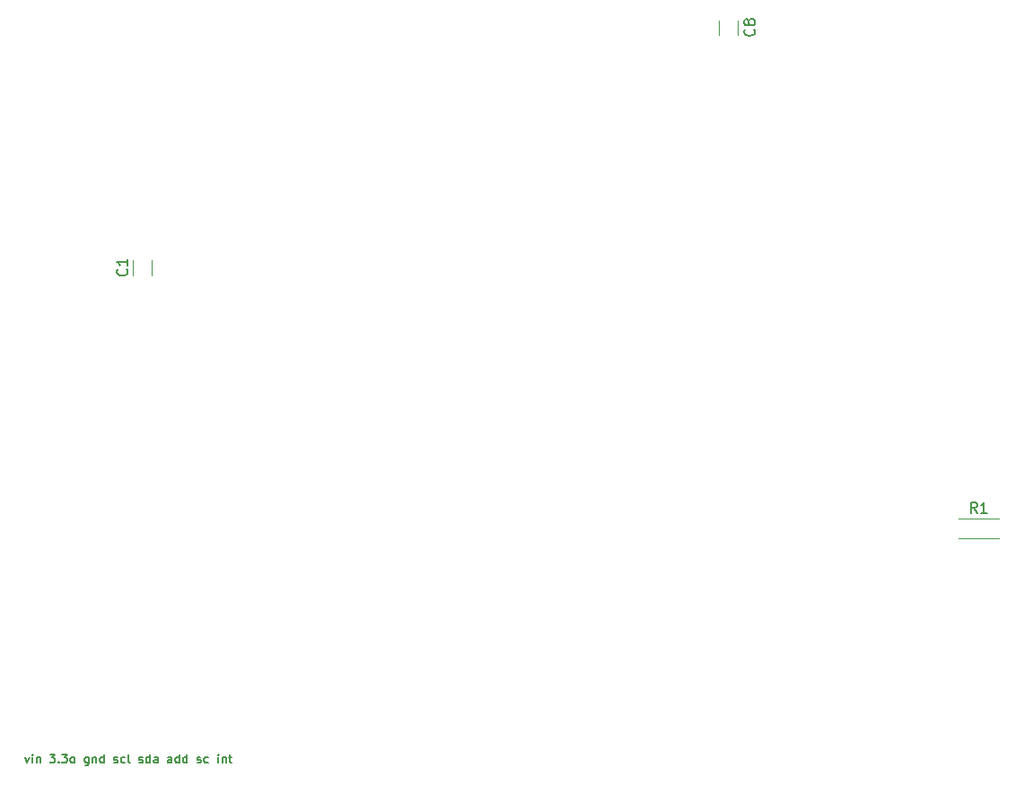
<source format=gbr>
%TF.GenerationSoftware,KiCad,Pcbnew,8.0.3*%
%TF.CreationDate,2024-11-19T22:16:28+01:00*%
%TF.ProjectId,weerstation-main,77656572-7374-4617-9469-6f6e2d6d6169,rev?*%
%TF.SameCoordinates,Original*%
%TF.FileFunction,Legend,Top*%
%TF.FilePolarity,Positive*%
%FSLAX46Y46*%
G04 Gerber Fmt 4.6, Leading zero omitted, Abs format (unit mm)*
G04 Created by KiCad (PCBNEW 8.0.3) date 2024-11-19 22:16:28*
%MOMM*%
%LPD*%
G01*
G04 APERTURE LIST*
%ADD10C,0.150000*%
%ADD11C,0.120000*%
G04 APERTURE END LIST*
D10*
X16722969Y-99047658D02*
X16913445Y-99580992D01*
X16913445Y-99580992D02*
X17103922Y-99047658D01*
X17408684Y-99580992D02*
X17408684Y-99047658D01*
X17408684Y-98780992D02*
X17370588Y-98819087D01*
X17370588Y-98819087D02*
X17408684Y-98857182D01*
X17408684Y-98857182D02*
X17446779Y-98819087D01*
X17446779Y-98819087D02*
X17408684Y-98780992D01*
X17408684Y-98780992D02*
X17408684Y-98857182D01*
X17789636Y-99047658D02*
X17789636Y-99580992D01*
X17789636Y-99123849D02*
X17827731Y-99085754D01*
X17827731Y-99085754D02*
X17903921Y-99047658D01*
X17903921Y-99047658D02*
X18018207Y-99047658D01*
X18018207Y-99047658D02*
X18094398Y-99085754D01*
X18094398Y-99085754D02*
X18132493Y-99161944D01*
X18132493Y-99161944D02*
X18132493Y-99580992D01*
X19046779Y-98780992D02*
X19542017Y-98780992D01*
X19542017Y-98780992D02*
X19275351Y-99085754D01*
X19275351Y-99085754D02*
X19389636Y-99085754D01*
X19389636Y-99085754D02*
X19465827Y-99123849D01*
X19465827Y-99123849D02*
X19503922Y-99161944D01*
X19503922Y-99161944D02*
X19542017Y-99238135D01*
X19542017Y-99238135D02*
X19542017Y-99428611D01*
X19542017Y-99428611D02*
X19503922Y-99504801D01*
X19503922Y-99504801D02*
X19465827Y-99542897D01*
X19465827Y-99542897D02*
X19389636Y-99580992D01*
X19389636Y-99580992D02*
X19161065Y-99580992D01*
X19161065Y-99580992D02*
X19084874Y-99542897D01*
X19084874Y-99542897D02*
X19046779Y-99504801D01*
X19884875Y-99504801D02*
X19922970Y-99542897D01*
X19922970Y-99542897D02*
X19884875Y-99580992D01*
X19884875Y-99580992D02*
X19846779Y-99542897D01*
X19846779Y-99542897D02*
X19884875Y-99504801D01*
X19884875Y-99504801D02*
X19884875Y-99580992D01*
X20189636Y-98780992D02*
X20684874Y-98780992D01*
X20684874Y-98780992D02*
X20418208Y-99085754D01*
X20418208Y-99085754D02*
X20532493Y-99085754D01*
X20532493Y-99085754D02*
X20608684Y-99123849D01*
X20608684Y-99123849D02*
X20646779Y-99161944D01*
X20646779Y-99161944D02*
X20684874Y-99238135D01*
X20684874Y-99238135D02*
X20684874Y-99428611D01*
X20684874Y-99428611D02*
X20646779Y-99504801D01*
X20646779Y-99504801D02*
X20608684Y-99542897D01*
X20608684Y-99542897D02*
X20532493Y-99580992D01*
X20532493Y-99580992D02*
X20303922Y-99580992D01*
X20303922Y-99580992D02*
X20227731Y-99542897D01*
X20227731Y-99542897D02*
X20189636Y-99504801D01*
X21142017Y-99580992D02*
X21065827Y-99542897D01*
X21065827Y-99542897D02*
X21027732Y-99504801D01*
X21027732Y-99504801D02*
X20989636Y-99428611D01*
X20989636Y-99428611D02*
X20989636Y-99200039D01*
X20989636Y-99200039D02*
X21027732Y-99123849D01*
X21027732Y-99123849D02*
X21065827Y-99085754D01*
X21065827Y-99085754D02*
X21142017Y-99047658D01*
X21142017Y-99047658D02*
X21256303Y-99047658D01*
X21256303Y-99047658D02*
X21332494Y-99085754D01*
X21332494Y-99085754D02*
X21370589Y-99123849D01*
X21370589Y-99123849D02*
X21408684Y-99200039D01*
X21408684Y-99200039D02*
X21408684Y-99428611D01*
X21408684Y-99428611D02*
X21370589Y-99504801D01*
X21370589Y-99504801D02*
X21332494Y-99542897D01*
X21332494Y-99542897D02*
X21256303Y-99580992D01*
X21256303Y-99580992D02*
X21142017Y-99580992D01*
X22703923Y-99047658D02*
X22703923Y-99695277D01*
X22703923Y-99695277D02*
X22665828Y-99771468D01*
X22665828Y-99771468D02*
X22627732Y-99809563D01*
X22627732Y-99809563D02*
X22551542Y-99847658D01*
X22551542Y-99847658D02*
X22437256Y-99847658D01*
X22437256Y-99847658D02*
X22361066Y-99809563D01*
X22703923Y-99542897D02*
X22627732Y-99580992D01*
X22627732Y-99580992D02*
X22475351Y-99580992D01*
X22475351Y-99580992D02*
X22399161Y-99542897D01*
X22399161Y-99542897D02*
X22361066Y-99504801D01*
X22361066Y-99504801D02*
X22322970Y-99428611D01*
X22322970Y-99428611D02*
X22322970Y-99200039D01*
X22322970Y-99200039D02*
X22361066Y-99123849D01*
X22361066Y-99123849D02*
X22399161Y-99085754D01*
X22399161Y-99085754D02*
X22475351Y-99047658D01*
X22475351Y-99047658D02*
X22627732Y-99047658D01*
X22627732Y-99047658D02*
X22703923Y-99085754D01*
X23084876Y-99047658D02*
X23084876Y-99580992D01*
X23084876Y-99123849D02*
X23122971Y-99085754D01*
X23122971Y-99085754D02*
X23199161Y-99047658D01*
X23199161Y-99047658D02*
X23313447Y-99047658D01*
X23313447Y-99047658D02*
X23389638Y-99085754D01*
X23389638Y-99085754D02*
X23427733Y-99161944D01*
X23427733Y-99161944D02*
X23427733Y-99580992D01*
X24151543Y-99580992D02*
X24151543Y-98780992D01*
X24151543Y-99542897D02*
X24075352Y-99580992D01*
X24075352Y-99580992D02*
X23922971Y-99580992D01*
X23922971Y-99580992D02*
X23846781Y-99542897D01*
X23846781Y-99542897D02*
X23808686Y-99504801D01*
X23808686Y-99504801D02*
X23770590Y-99428611D01*
X23770590Y-99428611D02*
X23770590Y-99200039D01*
X23770590Y-99200039D02*
X23808686Y-99123849D01*
X23808686Y-99123849D02*
X23846781Y-99085754D01*
X23846781Y-99085754D02*
X23922971Y-99047658D01*
X23922971Y-99047658D02*
X24075352Y-99047658D01*
X24075352Y-99047658D02*
X24151543Y-99085754D01*
X25103924Y-99542897D02*
X25180115Y-99580992D01*
X25180115Y-99580992D02*
X25332496Y-99580992D01*
X25332496Y-99580992D02*
X25408686Y-99542897D01*
X25408686Y-99542897D02*
X25446782Y-99466706D01*
X25446782Y-99466706D02*
X25446782Y-99428611D01*
X25446782Y-99428611D02*
X25408686Y-99352420D01*
X25408686Y-99352420D02*
X25332496Y-99314325D01*
X25332496Y-99314325D02*
X25218210Y-99314325D01*
X25218210Y-99314325D02*
X25142020Y-99276230D01*
X25142020Y-99276230D02*
X25103924Y-99200039D01*
X25103924Y-99200039D02*
X25103924Y-99161944D01*
X25103924Y-99161944D02*
X25142020Y-99085754D01*
X25142020Y-99085754D02*
X25218210Y-99047658D01*
X25218210Y-99047658D02*
X25332496Y-99047658D01*
X25332496Y-99047658D02*
X25408686Y-99085754D01*
X26132496Y-99542897D02*
X26056305Y-99580992D01*
X26056305Y-99580992D02*
X25903924Y-99580992D01*
X25903924Y-99580992D02*
X25827734Y-99542897D01*
X25827734Y-99542897D02*
X25789639Y-99504801D01*
X25789639Y-99504801D02*
X25751543Y-99428611D01*
X25751543Y-99428611D02*
X25751543Y-99200039D01*
X25751543Y-99200039D02*
X25789639Y-99123849D01*
X25789639Y-99123849D02*
X25827734Y-99085754D01*
X25827734Y-99085754D02*
X25903924Y-99047658D01*
X25903924Y-99047658D02*
X26056305Y-99047658D01*
X26056305Y-99047658D02*
X26132496Y-99085754D01*
X26589638Y-99580992D02*
X26513448Y-99542897D01*
X26513448Y-99542897D02*
X26475353Y-99466706D01*
X26475353Y-99466706D02*
X26475353Y-98780992D01*
X27465829Y-99542897D02*
X27542020Y-99580992D01*
X27542020Y-99580992D02*
X27694401Y-99580992D01*
X27694401Y-99580992D02*
X27770591Y-99542897D01*
X27770591Y-99542897D02*
X27808687Y-99466706D01*
X27808687Y-99466706D02*
X27808687Y-99428611D01*
X27808687Y-99428611D02*
X27770591Y-99352420D01*
X27770591Y-99352420D02*
X27694401Y-99314325D01*
X27694401Y-99314325D02*
X27580115Y-99314325D01*
X27580115Y-99314325D02*
X27503925Y-99276230D01*
X27503925Y-99276230D02*
X27465829Y-99200039D01*
X27465829Y-99200039D02*
X27465829Y-99161944D01*
X27465829Y-99161944D02*
X27503925Y-99085754D01*
X27503925Y-99085754D02*
X27580115Y-99047658D01*
X27580115Y-99047658D02*
X27694401Y-99047658D01*
X27694401Y-99047658D02*
X27770591Y-99085754D01*
X28494401Y-99580992D02*
X28494401Y-98780992D01*
X28494401Y-99542897D02*
X28418210Y-99580992D01*
X28418210Y-99580992D02*
X28265829Y-99580992D01*
X28265829Y-99580992D02*
X28189639Y-99542897D01*
X28189639Y-99542897D02*
X28151544Y-99504801D01*
X28151544Y-99504801D02*
X28113448Y-99428611D01*
X28113448Y-99428611D02*
X28113448Y-99200039D01*
X28113448Y-99200039D02*
X28151544Y-99123849D01*
X28151544Y-99123849D02*
X28189639Y-99085754D01*
X28189639Y-99085754D02*
X28265829Y-99047658D01*
X28265829Y-99047658D02*
X28418210Y-99047658D01*
X28418210Y-99047658D02*
X28494401Y-99085754D01*
X29218211Y-99580992D02*
X29218211Y-99161944D01*
X29218211Y-99161944D02*
X29180116Y-99085754D01*
X29180116Y-99085754D02*
X29103925Y-99047658D01*
X29103925Y-99047658D02*
X28951544Y-99047658D01*
X28951544Y-99047658D02*
X28875354Y-99085754D01*
X29218211Y-99542897D02*
X29142020Y-99580992D01*
X29142020Y-99580992D02*
X28951544Y-99580992D01*
X28951544Y-99580992D02*
X28875354Y-99542897D01*
X28875354Y-99542897D02*
X28837258Y-99466706D01*
X28837258Y-99466706D02*
X28837258Y-99390516D01*
X28837258Y-99390516D02*
X28875354Y-99314325D01*
X28875354Y-99314325D02*
X28951544Y-99276230D01*
X28951544Y-99276230D02*
X29142020Y-99276230D01*
X29142020Y-99276230D02*
X29218211Y-99238135D01*
X30551545Y-99580992D02*
X30551545Y-99161944D01*
X30551545Y-99161944D02*
X30513450Y-99085754D01*
X30513450Y-99085754D02*
X30437259Y-99047658D01*
X30437259Y-99047658D02*
X30284878Y-99047658D01*
X30284878Y-99047658D02*
X30208688Y-99085754D01*
X30551545Y-99542897D02*
X30475354Y-99580992D01*
X30475354Y-99580992D02*
X30284878Y-99580992D01*
X30284878Y-99580992D02*
X30208688Y-99542897D01*
X30208688Y-99542897D02*
X30170592Y-99466706D01*
X30170592Y-99466706D02*
X30170592Y-99390516D01*
X30170592Y-99390516D02*
X30208688Y-99314325D01*
X30208688Y-99314325D02*
X30284878Y-99276230D01*
X30284878Y-99276230D02*
X30475354Y-99276230D01*
X30475354Y-99276230D02*
X30551545Y-99238135D01*
X31275355Y-99580992D02*
X31275355Y-98780992D01*
X31275355Y-99542897D02*
X31199164Y-99580992D01*
X31199164Y-99580992D02*
X31046783Y-99580992D01*
X31046783Y-99580992D02*
X30970593Y-99542897D01*
X30970593Y-99542897D02*
X30932498Y-99504801D01*
X30932498Y-99504801D02*
X30894402Y-99428611D01*
X30894402Y-99428611D02*
X30894402Y-99200039D01*
X30894402Y-99200039D02*
X30932498Y-99123849D01*
X30932498Y-99123849D02*
X30970593Y-99085754D01*
X30970593Y-99085754D02*
X31046783Y-99047658D01*
X31046783Y-99047658D02*
X31199164Y-99047658D01*
X31199164Y-99047658D02*
X31275355Y-99085754D01*
X31999165Y-99580992D02*
X31999165Y-98780992D01*
X31999165Y-99542897D02*
X31922974Y-99580992D01*
X31922974Y-99580992D02*
X31770593Y-99580992D01*
X31770593Y-99580992D02*
X31694403Y-99542897D01*
X31694403Y-99542897D02*
X31656308Y-99504801D01*
X31656308Y-99504801D02*
X31618212Y-99428611D01*
X31618212Y-99428611D02*
X31618212Y-99200039D01*
X31618212Y-99200039D02*
X31656308Y-99123849D01*
X31656308Y-99123849D02*
X31694403Y-99085754D01*
X31694403Y-99085754D02*
X31770593Y-99047658D01*
X31770593Y-99047658D02*
X31922974Y-99047658D01*
X31922974Y-99047658D02*
X31999165Y-99085754D01*
X32951546Y-99542897D02*
X33027737Y-99580992D01*
X33027737Y-99580992D02*
X33180118Y-99580992D01*
X33180118Y-99580992D02*
X33256308Y-99542897D01*
X33256308Y-99542897D02*
X33294404Y-99466706D01*
X33294404Y-99466706D02*
X33294404Y-99428611D01*
X33294404Y-99428611D02*
X33256308Y-99352420D01*
X33256308Y-99352420D02*
X33180118Y-99314325D01*
X33180118Y-99314325D02*
X33065832Y-99314325D01*
X33065832Y-99314325D02*
X32989642Y-99276230D01*
X32989642Y-99276230D02*
X32951546Y-99200039D01*
X32951546Y-99200039D02*
X32951546Y-99161944D01*
X32951546Y-99161944D02*
X32989642Y-99085754D01*
X32989642Y-99085754D02*
X33065832Y-99047658D01*
X33065832Y-99047658D02*
X33180118Y-99047658D01*
X33180118Y-99047658D02*
X33256308Y-99085754D01*
X33980118Y-99542897D02*
X33903927Y-99580992D01*
X33903927Y-99580992D02*
X33751546Y-99580992D01*
X33751546Y-99580992D02*
X33675356Y-99542897D01*
X33675356Y-99542897D02*
X33637261Y-99504801D01*
X33637261Y-99504801D02*
X33599165Y-99428611D01*
X33599165Y-99428611D02*
X33599165Y-99200039D01*
X33599165Y-99200039D02*
X33637261Y-99123849D01*
X33637261Y-99123849D02*
X33675356Y-99085754D01*
X33675356Y-99085754D02*
X33751546Y-99047658D01*
X33751546Y-99047658D02*
X33903927Y-99047658D01*
X33903927Y-99047658D02*
X33980118Y-99085754D01*
X34932499Y-99580992D02*
X34932499Y-99047658D01*
X34932499Y-98780992D02*
X34894403Y-98819087D01*
X34894403Y-98819087D02*
X34932499Y-98857182D01*
X34932499Y-98857182D02*
X34970594Y-98819087D01*
X34970594Y-98819087D02*
X34932499Y-98780992D01*
X34932499Y-98780992D02*
X34932499Y-98857182D01*
X35313451Y-99047658D02*
X35313451Y-99580992D01*
X35313451Y-99123849D02*
X35351546Y-99085754D01*
X35351546Y-99085754D02*
X35427736Y-99047658D01*
X35427736Y-99047658D02*
X35542022Y-99047658D01*
X35542022Y-99047658D02*
X35618213Y-99085754D01*
X35618213Y-99085754D02*
X35656308Y-99161944D01*
X35656308Y-99161944D02*
X35656308Y-99580992D01*
X35922975Y-99047658D02*
X36227737Y-99047658D01*
X36037261Y-98780992D02*
X36037261Y-99466706D01*
X36037261Y-99466706D02*
X36075356Y-99542897D01*
X36075356Y-99542897D02*
X36151546Y-99580992D01*
X36151546Y-99580992D02*
X36227737Y-99580992D01*
X106513333Y-76004819D02*
X106180000Y-75528628D01*
X105941905Y-76004819D02*
X105941905Y-75004819D01*
X105941905Y-75004819D02*
X106322857Y-75004819D01*
X106322857Y-75004819D02*
X106418095Y-75052438D01*
X106418095Y-75052438D02*
X106465714Y-75100057D01*
X106465714Y-75100057D02*
X106513333Y-75195295D01*
X106513333Y-75195295D02*
X106513333Y-75338152D01*
X106513333Y-75338152D02*
X106465714Y-75433390D01*
X106465714Y-75433390D02*
X106418095Y-75481009D01*
X106418095Y-75481009D02*
X106322857Y-75528628D01*
X106322857Y-75528628D02*
X105941905Y-75528628D01*
X107465714Y-76004819D02*
X106894286Y-76004819D01*
X107180000Y-76004819D02*
X107180000Y-75004819D01*
X107180000Y-75004819D02*
X107084762Y-75147676D01*
X107084762Y-75147676D02*
X106989524Y-75242914D01*
X106989524Y-75242914D02*
X106894286Y-75290533D01*
X85466615Y-30366424D02*
X85514235Y-30414043D01*
X85514235Y-30414043D02*
X85561854Y-30556900D01*
X85561854Y-30556900D02*
X85561854Y-30652138D01*
X85561854Y-30652138D02*
X85514235Y-30794995D01*
X85514235Y-30794995D02*
X85418996Y-30890233D01*
X85418996Y-30890233D02*
X85323758Y-30937852D01*
X85323758Y-30937852D02*
X85133282Y-30985471D01*
X85133282Y-30985471D02*
X84990425Y-30985471D01*
X84990425Y-30985471D02*
X84799949Y-30937852D01*
X84799949Y-30937852D02*
X84704711Y-30890233D01*
X84704711Y-30890233D02*
X84609473Y-30794995D01*
X84609473Y-30794995D02*
X84561854Y-30652138D01*
X84561854Y-30652138D02*
X84561854Y-30556900D01*
X84561854Y-30556900D02*
X84609473Y-30414043D01*
X84609473Y-30414043D02*
X84657092Y-30366424D01*
X84990425Y-29794995D02*
X84942806Y-29890233D01*
X84942806Y-29890233D02*
X84895187Y-29937852D01*
X84895187Y-29937852D02*
X84799949Y-29985471D01*
X84799949Y-29985471D02*
X84752330Y-29985471D01*
X84752330Y-29985471D02*
X84657092Y-29937852D01*
X84657092Y-29937852D02*
X84609473Y-29890233D01*
X84609473Y-29890233D02*
X84561854Y-29794995D01*
X84561854Y-29794995D02*
X84561854Y-29604519D01*
X84561854Y-29604519D02*
X84609473Y-29509281D01*
X84609473Y-29509281D02*
X84657092Y-29461662D01*
X84657092Y-29461662D02*
X84752330Y-29414043D01*
X84752330Y-29414043D02*
X84799949Y-29414043D01*
X84799949Y-29414043D02*
X84895187Y-29461662D01*
X84895187Y-29461662D02*
X84942806Y-29509281D01*
X84942806Y-29509281D02*
X84990425Y-29604519D01*
X84990425Y-29604519D02*
X84990425Y-29794995D01*
X84990425Y-29794995D02*
X85038044Y-29890233D01*
X85038044Y-29890233D02*
X85085663Y-29937852D01*
X85085663Y-29937852D02*
X85180901Y-29985471D01*
X85180901Y-29985471D02*
X85371377Y-29985471D01*
X85371377Y-29985471D02*
X85466615Y-29937852D01*
X85466615Y-29937852D02*
X85514235Y-29890233D01*
X85514235Y-29890233D02*
X85561854Y-29794995D01*
X85561854Y-29794995D02*
X85561854Y-29604519D01*
X85561854Y-29604519D02*
X85514235Y-29509281D01*
X85514235Y-29509281D02*
X85466615Y-29461662D01*
X85466615Y-29461662D02*
X85371377Y-29414043D01*
X85371377Y-29414043D02*
X85180901Y-29414043D01*
X85180901Y-29414043D02*
X85085663Y-29461662D01*
X85085663Y-29461662D02*
X85038044Y-29509281D01*
X85038044Y-29509281D02*
X84990425Y-29604519D01*
X26297180Y-53019666D02*
X26344800Y-53067285D01*
X26344800Y-53067285D02*
X26392419Y-53210142D01*
X26392419Y-53210142D02*
X26392419Y-53305380D01*
X26392419Y-53305380D02*
X26344800Y-53448237D01*
X26344800Y-53448237D02*
X26249561Y-53543475D01*
X26249561Y-53543475D02*
X26154323Y-53591094D01*
X26154323Y-53591094D02*
X25963847Y-53638713D01*
X25963847Y-53638713D02*
X25820990Y-53638713D01*
X25820990Y-53638713D02*
X25630514Y-53591094D01*
X25630514Y-53591094D02*
X25535276Y-53543475D01*
X25535276Y-53543475D02*
X25440038Y-53448237D01*
X25440038Y-53448237D02*
X25392419Y-53305380D01*
X25392419Y-53305380D02*
X25392419Y-53210142D01*
X25392419Y-53210142D02*
X25440038Y-53067285D01*
X25440038Y-53067285D02*
X25487657Y-53019666D01*
X26392419Y-52067285D02*
X26392419Y-52638713D01*
X26392419Y-52352999D02*
X25392419Y-52352999D01*
X25392419Y-52352999D02*
X25535276Y-52448237D01*
X25535276Y-52448237D02*
X25630514Y-52543475D01*
X25630514Y-52543475D02*
X25678133Y-52638713D01*
D11*
%TO.C,R1*%
X104760000Y-76550000D02*
X108600000Y-76550000D01*
X104760000Y-78390000D02*
X108600000Y-78390000D01*
%TO.C,C8*%
X82148000Y-30937252D02*
X82148000Y-29514748D01*
X83968000Y-30937252D02*
X83968000Y-29514748D01*
%TO.C,C1*%
X26877600Y-53564252D02*
X26877600Y-52141748D01*
X28697600Y-53564252D02*
X28697600Y-52141748D01*
%TD*%
M02*

</source>
